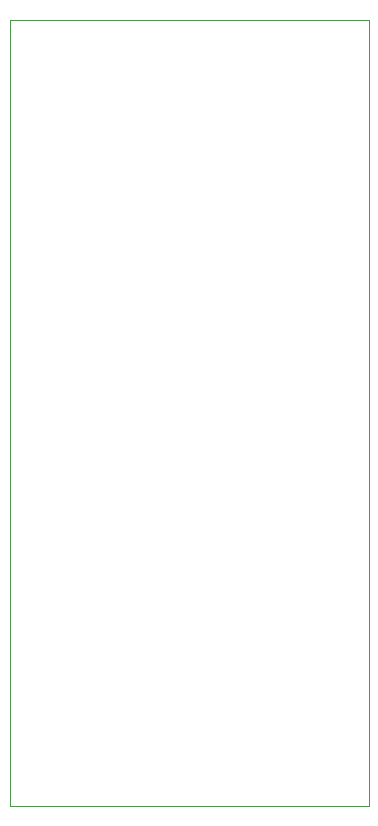
<source format=gbr>
%TF.GenerationSoftware,KiCad,Pcbnew,7.0.2-0*%
%TF.CreationDate,2024-01-04T15:38:00-05:00*%
%TF.ProjectId,Turbidity_v12,54757262-6964-4697-9479-5f7631322e6b,12*%
%TF.SameCoordinates,Original*%
%TF.FileFunction,Profile,NP*%
%FSLAX46Y46*%
G04 Gerber Fmt 4.6, Leading zero omitted, Abs format (unit mm)*
G04 Created by KiCad (PCBNEW 7.0.2-0) date 2024-01-04 15:38:00*
%MOMM*%
%LPD*%
G01*
G04 APERTURE LIST*
%TA.AperFunction,Profile*%
%ADD10C,0.100000*%
%TD*%
G04 APERTURE END LIST*
D10*
X132334000Y-57556400D02*
X162763200Y-57556400D01*
X162763200Y-124053600D01*
X132334000Y-124053600D01*
X132334000Y-57556400D01*
M02*

</source>
